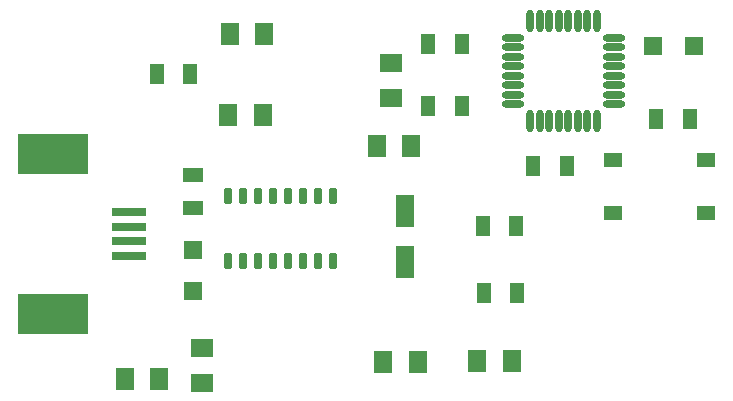
<source format=gtp>
G04*
G04 #@! TF.GenerationSoftware,Altium Limited,Altium Designer,23.10.1 (27)*
G04*
G04 Layer_Color=8421504*
%FSLAX44Y44*%
%MOMM*%
G71*
G04*
G04 #@! TF.SameCoordinates,6DCF6F86-7F1A-4F0B-A0EF-7BE1420FD810*
G04*
G04*
G04 #@! TF.FilePolarity,Positive*
G04*
G01*
G75*
%ADD15R,1.2557X1.7582*%
%ADD16R,1.5057X1.8582*%
G04:AMPARAMS|DCode=17|XSize=1.31mm|YSize=0.62mm|CornerRadius=0.0775mm|HoleSize=0mm|Usage=FLASHONLY|Rotation=90.000|XOffset=0mm|YOffset=0mm|HoleType=Round|Shape=RoundedRectangle|*
%AMROUNDEDRECTD17*
21,1,1.3100,0.4650,0,0,90.0*
21,1,1.1550,0.6200,0,0,90.0*
1,1,0.1550,0.2325,0.5775*
1,1,0.1550,0.2325,-0.5775*
1,1,0.1550,-0.2325,-0.5775*
1,1,0.1550,-0.2325,0.5775*
%
%ADD17ROUNDEDRECTD17*%
%ADD18R,1.5000X1.5000*%
%ADD19R,1.8582X1.5057*%
%ADD20R,3.0000X0.7000*%
%ADD21R,6.0400X3.4000*%
%ADD22R,1.7582X1.2557*%
%ADD23R,1.5500X1.3000*%
%ADD24O,0.6000X1.9500*%
%ADD25O,1.9500X0.6000*%
%ADD26R,1.6000X2.8000*%
%ADD27R,1.5000X1.5000*%
D15*
X412835Y543560D02*
D03*
X384810D02*
D03*
X703538Y466090D02*
D03*
X731562D02*
D03*
X689652Y358140D02*
D03*
X661628D02*
D03*
X688425Y415290D02*
D03*
X660400D02*
D03*
X835702Y505460D02*
D03*
X807678D02*
D03*
X642662Y516890D02*
D03*
X614638D02*
D03*
X642662Y568960D02*
D03*
X614638D02*
D03*
D16*
X446248Y577850D02*
D03*
X475772D02*
D03*
X444978Y509270D02*
D03*
X474502D02*
D03*
X357348Y285750D02*
D03*
X386872D02*
D03*
X576265Y299720D02*
D03*
X605790D02*
D03*
X570708Y482600D02*
D03*
X600232D02*
D03*
X655798Y300990D02*
D03*
X685322D02*
D03*
D17*
X457200Y385250D02*
D03*
X482600Y440250D02*
D03*
X444500Y385250D02*
D03*
X469900D02*
D03*
X482600D02*
D03*
X469900Y440250D02*
D03*
X495300D02*
D03*
X508000D02*
D03*
Y385250D02*
D03*
X533400Y440250D02*
D03*
X495300Y385250D02*
D03*
X520700D02*
D03*
Y440250D02*
D03*
X533400Y385250D02*
D03*
X457200Y440250D02*
D03*
X444500D02*
D03*
D18*
X415290Y394690D02*
D03*
Y359690D02*
D03*
D19*
X422910Y282418D02*
D03*
Y311942D02*
D03*
X582930Y523718D02*
D03*
Y553242D02*
D03*
D20*
X360830Y414360D02*
D03*
Y401860D02*
D03*
Y426860D02*
D03*
Y389360D02*
D03*
D21*
X296830Y340110D02*
D03*
Y476110D02*
D03*
D22*
X415290Y430488D02*
D03*
Y458512D02*
D03*
D23*
X850010Y425810D02*
D03*
X770510D02*
D03*
X850010Y470810D02*
D03*
X770510D02*
D03*
D24*
X700980Y503600D02*
D03*
X708980D02*
D03*
X716980D02*
D03*
X724980D02*
D03*
X732980D02*
D03*
X740980D02*
D03*
X748980D02*
D03*
X756980D02*
D03*
Y588600D02*
D03*
X748980D02*
D03*
X740980D02*
D03*
X732980D02*
D03*
X724980D02*
D03*
X716980D02*
D03*
X708980D02*
D03*
X700980D02*
D03*
D25*
X771480Y518100D02*
D03*
Y526100D02*
D03*
Y534100D02*
D03*
Y542100D02*
D03*
Y550100D02*
D03*
Y558100D02*
D03*
Y566100D02*
D03*
Y574100D02*
D03*
X686480D02*
D03*
Y566100D02*
D03*
Y558100D02*
D03*
Y550100D02*
D03*
Y542100D02*
D03*
Y534100D02*
D03*
Y526100D02*
D03*
Y518100D02*
D03*
D26*
X594360Y427900D02*
D03*
Y384900D02*
D03*
D27*
X804470Y567690D02*
D03*
X839470D02*
D03*
M02*

</source>
